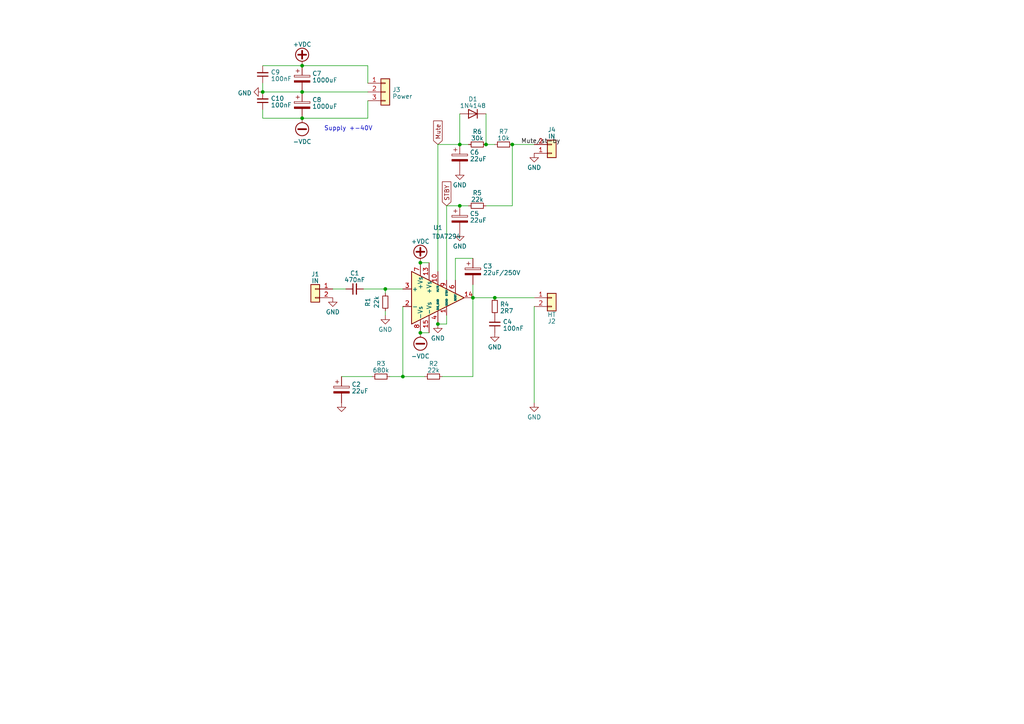
<source format=kicad_sch>
(kicad_sch (version 20231120) (generator "eeschema") (generator_version "8.0")
  (paper "A4")
  (lib_symbols
    (symbol "Amplifier_Audio:TDA7294" (pin_names (offset 0.127))
      (property "Reference" "U" (at 10.16 6.35 0))
      (property "Value" "TDA7294" (at 10.16 3.81 0))
      (symbol "TDA7294_0_1"
        (polyline (pts (xy -7.62 7.62) (xy 7.62 0) (xy -7.62 -7.62) (xy -7.62 7.62)) (stroke (width 0.254)) (fill (type background)))
      )
      (symbol "TDA7294_1_1"
        (pin power_in line (at 2.54 -5.08 90) (length 2.54) (name "SGND") (number "1"))
        (pin input line (at 0 7.62 270) (length 3.81) (name "MUTE") (number "10"))
        (pin no_connect line (at 0 2.54 270) (length 2.54) hide (name "NC") (number "11"))
        (pin no_connect line (at 2.54 2.54 270) (length 2.54) hide (name "NC") (number "12"))
        (pin power_in line (at -2.54 10.16 270) (length 5.08) (name "+Vs") (number "13"))
        (pin output line (at 10.16 0 180) (length 2.54) (name "~") (number "14"))
        (pin power_in line (at -2.54 -10.16 90) (length 5.08) (name "-Vs") (number "15"))
        (pin input line (at -10.16 -2.54 0) (length 2.54) (name "-") (number "2"))
        (pin input line (at -10.16 2.54 0) (length 2.54) (name "+") (number "3"))
        (pin power_in line (at 0 -7.62 90) (length 3.81) (name "SIG_GND") (number "4"))
        (pin no_connect line (at -2.54 2.54 270) (length 2.54) hide (name "NC") (number "5"))
        (pin passive line (at 5.08 5.08 270) (length 3.81) (name "BOOT") (number "6"))
        (pin power_in line (at -5.08 10.16 270) (length 3.81) (name "+Vs") (number "7"))
        (pin power_in line (at -5.08 -10.16 90) (length 3.81) (name "-Vs") (number "8"))
        (pin input line (at 2.54 5.08 270) (length 2.54) (name "STBY") (number "9"))
      )
    )
    (symbol "Connector_Generic:Conn_01x02" (pin_names (offset 1.016) hide)
      (property "Reference" "J" (at 0 2.54 0))
      (property "Value" "Conn_01x02" (at 0 -5.08 0))
      (symbol "Conn_01x02_1_1"
        (rectangle (start -1.27 -2.413) (end 0 -2.667) (stroke (width 0.1524)))
        (rectangle (start -1.27 0.127) (end 0 -0.127) (stroke (width 0.1524)))
        (rectangle (start -1.27 1.27) (end 1.27 -3.81) (stroke (width 0.254)) (fill (type background)))
        (pin passive line (at -5.08 0 0) (length 3.81) (name "Pin_1") (number "1"))
        (pin passive line (at -5.08 -2.54 0) (length 3.81) (name "Pin_2") (number "2"))
      )
    )
    (symbol "Connector_Generic:Conn_01x03" (pin_names (offset 1.016) hide)
      (property "Reference" "J" (at 0 5.08 0))
      (property "Value" "Conn_01x03" (at 0 -5.08 0))
      (symbol "Conn_01x03_1_1"
        (rectangle (start -1.27 -2.413) (end 0 -2.667) (stroke (width 0.1524)))
        (rectangle (start -1.27 0.127) (end 0 -0.127) (stroke (width 0.1524)))
        (rectangle (start -1.27 2.667) (end 0 2.413) (stroke (width 0.1524)))
        (rectangle (start -1.27 3.81) (end 1.27 -3.81) (stroke (width 0.254)) (fill (type background)))
        (pin passive line (at -5.08 2.54 0) (length 3.81) (name "Pin_1") (number "1"))
        (pin passive line (at -5.08 0 0) (length 3.81) (name "Pin_2") (number "2"))
        (pin passive line (at -5.08 -2.54 0) (length 3.81) (name "Pin_3") (number "3"))
      )
    )
    (symbol "Device:C_Polarized" (pin_numbers hide) (pin_names (offset 0.254))
      (property "Reference" "C" (at 0.635 2.54 0))
      (property "Value" "C_Polarized" (at 0.635 -2.54 0))
      (symbol "C_Polarized_0_1"
        (rectangle (start -2.286 0.508) (end 2.286 1.016))
        (polyline (pts (xy -1.778 2.286) (xy -0.762 2.286)))
        (polyline (pts (xy -1.27 2.794) (xy -1.27 1.778)))
        (rectangle (start 2.286 -0.508) (end -2.286 -1.016) (fill (type outline)))
      )
      (symbol "C_Polarized_1_1"
        (pin passive line (at 0 3.81 270) (length 2.794) (name "~") (number "1"))
        (pin passive line (at 0 -3.81 90) (length 2.794) (name "~") (number "2"))
      )
    )
    (symbol "Device:C_Small" (pin_numbers hide) (pin_names (offset 0.254) hide)
      (property "Reference" "C" (at 0.254 1.778 0))
      (property "Value" "C_Small" (at 0.254 -2.032 0))
      (symbol "C_Small_0_1"
        (polyline (pts (xy -1.524 -0.508) (xy 1.524 -0.508)) (stroke (width 0.3302)))
        (polyline (pts (xy -1.524 0.508) (xy 1.524 0.508)) (stroke (width 0.3048)))
      )
      (symbol "C_Small_1_1"
        (pin passive line (at 0 2.54 270) (length 2.032) (name "~") (number "1"))
        (pin passive line (at 0 -2.54 90) (length 2.032) (name "~") (number "2"))
      )
    )
    (symbol "Device:R_Small" (pin_numbers hide) (pin_names (offset 0.254) hide)
      (property "Reference" "R" (at 0.762 0.508 0))
      (property "Value" "R_Small" (at 0.762 -1.016 0))
      (symbol "R_Small_0_1"
        (rectangle (start -0.762 1.778) (end 0.762 -1.778) (stroke (width 0.2032)))
      )
      (symbol "R_Small_1_1"
        (pin passive line (at 0 2.54 270) (length 0.762) (name "~") (number "1"))
        (pin passive line (at 0 -2.54 90) (length 0.762) (name "~") (number "2"))
      )
    )
    (symbol "Diode:1N4148" (pin_numbers hide) (pin_names hide)
      (property "Reference" "D" (at 0 2.54 0))
      (property "Value" "1N4148" (at 0 -2.54 0))
      (symbol "1N4148_0_1"
        (polyline (pts (xy -1.27 1.27) (xy -1.27 -1.27)) (stroke (width 0.254)))
        (polyline (pts (xy 1.27 0) (xy -1.27 0)))
        (polyline (pts (xy 1.27 1.27) (xy 1.27 -1.27) (xy -1.27 0) (xy 1.27 1.27)) (stroke (width 0.254)))
      )
      (symbol "1N4148_1_1"
        (pin passive line (at -3.81 0 0) (length 2.54) (name "K") (number "1"))
        (pin passive line (at 3.81 0 180) (length 2.54) (name "A") (number "2"))
      )
    )
    (symbol "power:+VDC" (power) (pin_names (offset 0))
      (property "Value" "+VDC" (at 0 6.35 0))
      (symbol "+VDC_0_1"
        (polyline (pts (xy -1.143 3.175) (xy 1.143 3.175)) (stroke (width 0.508)))
        (polyline (pts (xy 0 0) (xy 0 1.27)))
        (polyline (pts (xy 0 2.032) (xy 0 4.318)) (stroke (width 0.508)))
        (circle (center 0 3.175) (radius 1.905) (stroke (width 0.254)))
      )
      (symbol "+VDC_1_1"
        (pin power_in line (at 0 0 90) (length 0) hide (name "+VDC") (number "1"))
      )
    )
    (symbol "power:-VDC" (power) (pin_names (offset 0))
      (property "Value" "-VDC" (at 0 6.35 0))
      (symbol "-VDC_0_1"
        (polyline (pts (xy -1.143 3.175) (xy 1.143 3.175)) (stroke (width 0.508)))
        (polyline (pts (xy 0 0) (xy 0 1.27)))
        (circle (center 0 3.175) (radius 1.905) (stroke (width 0.254)))
      )
      (symbol "-VDC_1_1"
        (pin power_in line (at 0 0 90) (length 0) hide (name "-VDC") (number "1"))
      )
    )
    (symbol "power:GND" (power) (pin_names (offset 0))
      (property "Value" "GND" (at 0 -3.81 0))
      (symbol "GND_0_1"
        (polyline (pts (xy 0 0) (xy 0 -1.27) (xy 1.27 -1.27) (xy 0 -2.54) (xy -1.27 -1.27) (xy 0 -1.27)))
      )
      (symbol "GND_1_1"
        (pin power_in line (at 0 0 270) (length 0) hide (name "GND") (number "1"))
      )
    )
  )
  (junction (at 127 93.98))
  (junction (at 111.76 83.82))
  (junction (at 140.97 41.91))
  (junction (at 87.63 19.05))
  (junction (at 133.35 59.69))
  (junction (at 87.63 34.29))
  (junction (at 87.63 26.67))
  (junction (at 121.92 96.52))
  (junction (at 143.51 86.36))
  (junction (at 121.92 76.2))
  (junction (at 76.2 26.67))
  (junction (at 133.35 41.91))
  (junction (at 148.59 41.91))
  (junction (at 137.16 86.36))
  (junction (at 116.84 109.22))
  (wire (pts (xy 87.63 26.67) (xy 106.68 26.67)))
  (wire (pts (xy 129.54 93.98) (xy 129.54 91.44)))
  (wire (pts (xy 140.97 41.91) (xy 143.51 41.91)))
  (wire (pts (xy 106.68 19.05) (xy 106.68 24.13)))
  (wire (pts (xy 116.84 109.22) (xy 123.19 109.22)))
  (wire (pts (xy 129.54 59.69) (xy 133.35 59.69)))
  (wire (pts (xy 140.97 33.02) (xy 140.97 41.91)))
  (wire (pts (xy 135.89 59.69) (xy 133.35 59.69)))
  (wire (pts (xy 111.76 83.82) (xy 116.84 83.82)))
  (wire (pts (xy 76.2 19.05) (xy 87.63 19.05)))
  (wire (pts (xy 87.63 34.29) (xy 106.68 34.29)))
  (wire (pts (xy 127 41.91) (xy 133.35 41.91)))
  (wire (pts (xy 129.54 59.69) (xy 129.54 81.28)))
  (wire (pts (xy 116.84 88.9) (xy 116.84 109.22)))
  (wire (pts (xy 135.89 41.91) (xy 133.35 41.91)))
  (wire (pts (xy 76.2 26.67) (xy 87.63 26.67)))
  (wire (pts (xy 106.68 34.29) (xy 106.68 29.21)))
  (wire (pts (xy 111.76 90.17) (xy 111.76 91.44)))
  (wire (pts (xy 76.2 31.75) (xy 76.2 34.29)))
  (wire (pts (xy 87.63 19.05) (xy 106.68 19.05)))
  (wire (pts (xy 113.03 109.22) (xy 116.84 109.22)))
  (wire (pts (xy 76.2 34.29) (xy 87.63 34.29)))
  (wire (pts (xy 137.16 86.36) (xy 143.51 86.36)))
  (wire (pts (xy 137.16 82.55) (xy 137.16 86.36)))
  (wire (pts (xy 148.59 41.91) (xy 154.94 41.91)))
  (wire (pts (xy 137.16 86.36) (xy 137.16 109.22)))
  (wire (pts (xy 143.51 86.36) (xy 154.94 86.36)))
  (wire (pts (xy 140.97 59.69) (xy 148.59 59.69)))
  (wire (pts (xy 127 93.98) (xy 129.54 93.98)))
  (wire (pts (xy 148.59 59.69) (xy 148.59 41.91)))
  (wire (pts (xy 111.76 85.09) (xy 111.76 83.82)))
  (wire (pts (xy 154.94 116.84) (xy 154.94 88.9)))
  (wire (pts (xy 105.41 83.82) (xy 111.76 83.82)))
  (wire (pts (xy 121.92 76.2) (xy 124.46 76.2)))
  (wire (pts (xy 132.08 81.28) (xy 132.08 74.93)))
  (wire (pts (xy 96.52 83.82) (xy 100.33 83.82)))
  (wire (pts (xy 132.08 74.93) (xy 137.16 74.93)))
  (wire (pts (xy 99.06 109.22) (xy 107.95 109.22)))
  (wire (pts (xy 137.16 109.22) (xy 128.27 109.22)))
  (wire (pts (xy 127 78.74) (xy 127 41.91)))
  (wire (pts (xy 76.2 24.13) (xy 76.2 26.67)))
  (wire (pts (xy 121.92 96.52) (xy 124.46 96.52)))
  (wire (pts (xy 133.35 33.02) (xy 133.35 41.91)))
  (text "Supply +-40V" (at 93.98 38.1 0) (effects (font (size 1.27 1.27)) (justify left bottom)))
  (label "Mute{slash}st-by" (at 151.13 41.91 0))
  (global_label "STBY" (shape input) (at 129.54 59.69 90) (property "Intersheetrefs" "${INTERSHEET_REFS}" (effects (hide yes))))
  (global_label "Mute" (shape input) (at 127 41.91 90) (property "Intersheetrefs" "${INTERSHEET_REFS}" (effects (hide yes))))
  (symbol (lib_id "Device:C_Polarized") (at 133.35 63.5 0) (unit 1)
    (property "Reference" "C5" (at 136.271 61.9673 0) (effects (justify left)))
    (property "Value" "22uF" (at 136.271 63.8883 0) (effects (justify left)))
    (property "Footprint" "Capacitor_THT:CP_Radial_Tantal_D4.5mm_P5.00mm" (effects (hide yes)))
  )
  (symbol (lib_id "power:GND") (at 143.51 96.52 0) (unit 1)
    (property "Reference" "#PWR04" (effects (hide yes)))
    (property "Value" "GND" (at 143.51 100.6555 0))
  )
  (symbol (lib_id "power:+VDC") (at 87.63 19.05 0) (unit 1)
    (property "Reference" "#PWR011" (effects (hide yes)))
    (property "Value" "+VDC" (at 87.63 12.8811 0))
  )
  (symbol (lib_id "power:GND") (at 111.76 91.44 0) (unit 1)
    (property "Reference" "#PWR01" (effects (hide yes)))
    (property "Value" "GND" (at 111.76 95.5755 0))
  )
  (symbol (lib_id "Device:R_Small") (at 125.73 109.22 90) (unit 1)
    (property "Reference" "R2" (at 125.73 105.4735 90))
    (property "Value" "22k" (at 125.73 107.3945 90))
    (property "Footprint" "Resistor_THT:R_Axial_DIN0204_L3.6mm_D1.6mm_P5.08mm_Horizontal" (effects (hide yes)))
  )
  (symbol (lib_id "power:GND") (at 154.94 44.45 0) (unit 1)
    (property "Reference" "#PWR013" (effects (hide yes)))
    (property "Value" "GND" (at 154.94 48.5855 0))
  )
  (symbol (lib_id "power:GND") (at 99.06 116.84 0) (unit 1)
    (property "Reference" "#PWR02" (effects (hide yes)))
    (property "Value" "GND" (effects (hide yes)))
  )
  (symbol (lib_id "power:-VDC") (at 121.92 96.52 180) (unit 1)
    (property "Reference" "#PWR06" (effects (hide yes)))
    (property "Value" "-VDC" (at 121.92 103.3225 0))
  )
  (symbol (lib_id "power:GND") (at 133.35 49.53 0) (unit 1)
    (property "Reference" "#PWR08" (effects (hide yes)))
    (property "Value" "GND" (at 133.35 53.6655 0))
  )
  (symbol (lib_id "Device:R_Small") (at 143.51 88.9 0) (unit 1)
    (property "Reference" "R4" (at 145.0086 88.2563 0) (effects (justify left)))
    (property "Value" "2R7" (at 145.0086 90.1773 0) (effects (justify left)))
    (property "Footprint" "Resistor_THT:R_Axial_DIN0207_L6.3mm_D2.5mm_P10.16mm_Horizontal" (effects (hide yes)))
  )
  (symbol (lib_id "power:GND") (at 154.94 116.84 0) (unit 1)
    (property "Reference" "#PWR014" (effects (hide yes)))
    (property "Value" "GND" (at 154.94 120.9755 0))
  )
  (symbol (lib_id "Device:R_Small") (at 111.76 87.63 180) (unit 1)
    (property "Reference" "R1" (at 106.68 87.63 90))
    (property "Value" "22k" (at 109.22 87.63 90))
    (property "Footprint" "Resistor_THT:R_Axial_DIN0204_L3.6mm_D1.6mm_P5.08mm_Horizontal" (effects (hide yes)))
  )
  (symbol (lib_id "Device:C_Polarized") (at 87.63 30.48 0) (unit 1)
    (property "Reference" "C8" (at 90.551 28.9473 0) (effects (justify left)))
    (property "Value" "1000uF" (at 90.551 30.8683 0) (effects (justify left)))
    (property "Footprint" "Capacitor_THT:CP_Radial_D12.5mm_P5.00mm" (effects (hide yes)))
  )
  (symbol (lib_id "Diode:1N4148") (at 137.16 33.02 180) (unit 1)
    (property "Reference" "D1" (at 137.16 28.7401 0))
    (property "Value" "1N4148" (at 137.16 30.6611 0))
    (property "Footprint" "Diode_THT:D_DO-35_SOD27_P7.62mm_Horizontal" (effects (hide yes)))
    (property "Datasheet" "https://assets.nexperia.com/documents/data-sheet/1N4148_1N4448.pdf" (effects (hide yes)))
    (property "Sim.Device" "D" (effects (hide yes)))
    (property "Sim.Pins" "1=K 2=A" (effects (hide yes)))
  )
  (symbol (lib_id "Device:C_Small") (at 102.87 83.82 90) (unit 1)
    (property "Reference" "C1" (at 102.8763 79.248 90))
    (property "Value" "470nF" (at 102.8763 81.169 90))
    (property "Footprint" "Capacitor_THT:C_Disc_D5.0mm_W2.5mm_P5.00mm" (effects (hide yes)))
  )
  (symbol (lib_id "power:GND") (at 76.2 26.67 270) (unit 1)
    (property "Reference" "#PWR012" (effects (hide yes)))
    (property "Value" "GND" (at 73.0251 26.9868 90) (effects (justify right)))
  )
  (symbol (lib_id "power:+VDC") (at 121.92 76.2 0) (unit 1)
    (property "Reference" "#PWR05" (effects (hide yes)))
    (property "Value" "+VDC" (at 121.92 70.0311 0))
  )
  (symbol (lib_id "Device:C_Polarized") (at 133.35 45.72 0) (unit 1)
    (property "Reference" "C6" (at 136.271 44.1873 0) (effects (justify left)))
    (property "Value" "22uF" (at 136.271 46.1083 0) (effects (justify left)))
    (property "Footprint" "Capacitor_THT:CP_Radial_Tantal_D4.5mm_P5.00mm" (effects (hide yes)))
  )
  (symbol (lib_id "Connector_Generic:Conn_01x02") (at 91.44 83.82 0) (mirror y) (unit 1)
    (property "Reference" "J1" (at 91.44 79.5401 0))
    (property "Value" "IN" (at 91.44 81.4611 0))
    (property "Footprint" "Connector_Molex:Molex_Nano-Fit_105313-xx02_1x02_P2.50mm_Horizontal" (effects (hide yes)))
  )
  (symbol (lib_id "power:GND") (at 96.52 86.36 0) (unit 1)
    (property "Reference" "#PWR09" (effects (hide yes)))
    (property "Value" "GND" (at 96.52 90.4955 0))
  )
  (symbol (lib_id "Device:C_Small") (at 76.2 29.21 180) (unit 1)
    (property "Reference" "C10" (at 78.5241 28.5599 0) (effects (justify right)))
    (property "Value" "100nF" (at 78.5241 30.4809 0) (effects (justify right)))
    (property "Footprint" "Capacitor_THT:C_Disc_D4.3mm_W1.9mm_P5.00mm" (effects (hide yes)))
  )
  (symbol (lib_id "power:GND") (at 127 93.98 0) (unit 1)
    (property "Reference" "#PWR03" (effects (hide yes)))
    (property "Value" "GND" (at 127 98.1155 0))
  )
  (symbol (lib_id "Device:C_Small") (at 76.2 21.59 180) (unit 1)
    (property "Reference" "C9" (at 78.5241 20.9399 0) (effects (justify right)))
    (property "Value" "100nF" (at 78.5241 22.8609 0) (effects (justify right)))
    (property "Footprint" "Capacitor_THT:C_Disc_D4.3mm_W1.9mm_P5.00mm" (effects (hide yes)))
  )
  (symbol (lib_id "Device:C_Polarized") (at 99.06 113.03 0) (unit 1)
    (property "Reference" "C2" (at 101.981 111.4973 0) (effects (justify left)))
    (property "Value" "22uF" (at 101.981 113.4183 0) (effects (justify left)))
    (property "Footprint" "Capacitor_THT:CP_Radial_D8.0mm_P5.00mm" (effects (hide yes)))
  )
  (symbol (lib_id "Device:C_Polarized") (at 137.16 78.74 0) (unit 1)
    (property "Reference" "C3" (at 140.081 77.2073 0) (effects (justify left)))
    (property "Value" "22uF/250V" (at 140.081 79.1283 0) (effects (justify left)))
    (property "Footprint" "Capacitor_THT:CP_Radial_D8.0mm_P5.00mm" (effects (hide yes)))
  )
  (symbol (lib_id "Device:C_Polarized") (at 87.63 22.86 0) (unit 1)
    (property "Reference" "C7" (at 90.551 21.3273 0) (effects (justify left)))
    (property "Value" "1000uF" (at 90.551 23.2483 0) (effects (justify left)))
    (property "Footprint" "Capacitor_THT:CP_Radial_D12.5mm_P5.00mm" (effects (hide yes)))
  )
  (symbol (lib_id "power:GND") (at 133.35 67.31 0) (unit 1)
    (property "Reference" "#PWR07" (effects (hide yes)))
    (property "Value" "GND" (at 133.35 71.4455 0))
  )
  (symbol (lib_id "Device:R_Small") (at 146.05 41.91 90) (unit 1)
    (property "Reference" "R7" (at 146.05 38.1635 90))
    (property "Value" "10k" (at 146.05 40.0845 90))
    (property "Footprint" "Resistor_THT:R_Axial_DIN0204_L3.6mm_D1.6mm_P5.08mm_Horizontal" (effects (hide yes)))
  )
  (symbol (lib_id "Device:R_Small") (at 110.49 109.22 90) (unit 1)
    (property "Reference" "R3" (at 110.49 105.4735 90))
    (property "Value" "680k" (at 110.49 107.3945 90))
    (property "Footprint" "Resistor_THT:R_Axial_DIN0204_L3.6mm_D1.6mm_P5.08mm_Horizontal" (effects (hide yes)))
  )
  (symbol (lib_id "Device:C_Small") (at 143.51 93.98 180) (unit 1)
    (property "Reference" "C4" (at 145.8341 93.3299 0) (effects (justify right)))
    (property "Value" "100nF" (at 145.8341 95.2509 0) (effects (justify right)))
    (property "Footprint" "Capacitor_THT:C_Disc_D4.3mm_W1.9mm_P5.00mm" (effects (hide yes)))
  )
  (symbol (lib_id "Device:R_Small") (at 138.43 41.91 90) (unit 1)
    (property "Reference" "R6" (at 138.43 38.1635 90))
    (property "Value" "30k" (at 138.43 40.0845 90))
    (property "Footprint" "Resistor_THT:R_Axial_DIN0204_L3.6mm_D1.6mm_P5.08mm_Horizontal" (effects (hide yes)))
  )
  (symbol (lib_id "Connector_Generic:Conn_01x02") (at 160.02 86.36 0) (unit 1)
    (property "Reference" "J2" (at 160.02 93.1799 0))
    (property "Value" "HT" (at 160.02 91.2589 0))
    (property "Footprint" "Connector_Phoenix_MSTB:PhoenixContact_MSTBVA_2,5_2-G_1x02_P5.00mm_Vertical" (effects (hide yes)))
  )
  (symbol (lib_id "Device:R_Small") (at 138.43 59.69 90) (unit 1)
    (property "Reference" "R5" (at 138.43 55.9435 90))
    (property "Value" "22k" (at 138.43 57.8645 90))
    (property "Footprint" "Resistor_THT:R_Axial_DIN0204_L3.6mm_D1.6mm_P5.08mm_Horizontal" (effects (hide yes)))
  )
  (symbol (lib_id "Amplifier_Audio:TDA7294") (at 127 86.36 0) (unit 1)
    (property "Reference" "U1" (at 127 66.04 0))
    (property "Value" "TDA7294" (at 129.54 68.58 0))
    (property "Footprint" "Package_TO_SOT_THT:TO-220-15_P2.54x2.54mm_StaggerOdd_Lead4.58mm_Vertical" (effects (hide yes)))
    (property "Datasheet" "http://www.st.com/resource/en/datasheet/tda7294.pdf" (effects (hide yes)))
  )
  (symbol (lib_id "power:-VDC") (at 87.63 34.29 180) (unit 1)
    (property "Reference" "#PWR010" (effects (hide yes)))
    (property "Value" "-VDC" (at 87.63 41.0925 0))
  )
  (symbol (lib_id "Connector_Generic:Conn_01x03") (at 111.76 26.67 0) (unit 1)
    (property "Reference" "J3" (at 113.792 26.0263 0) (effects (justify left)))
    (property "Value" "Power" (at 113.792 27.9473 0) (effects (justify left)))
    (property "Footprint" "Connector_Phoenix_MSTB:PhoenixContact_MSTBVA_2,5_3-G_1x03_P5.00mm_Vertical" (effects (hide yes)))
  )
  (symbol (lib_id "Connector_Generic:Conn_01x02") (at 160.02 44.45 0) (mirror x) (unit 1)
    (property "Reference" "J4" (at 160.02 37.6301 0))
    (property "Value" "IN" (at 160.02 39.5511 0))
    (property "Footprint" "Connector_Molex:Molex_Nano-Fit_105313-xx02_1x02_P2.50mm_Horizontal" (effects (hide yes)))
  )
)
</source>
